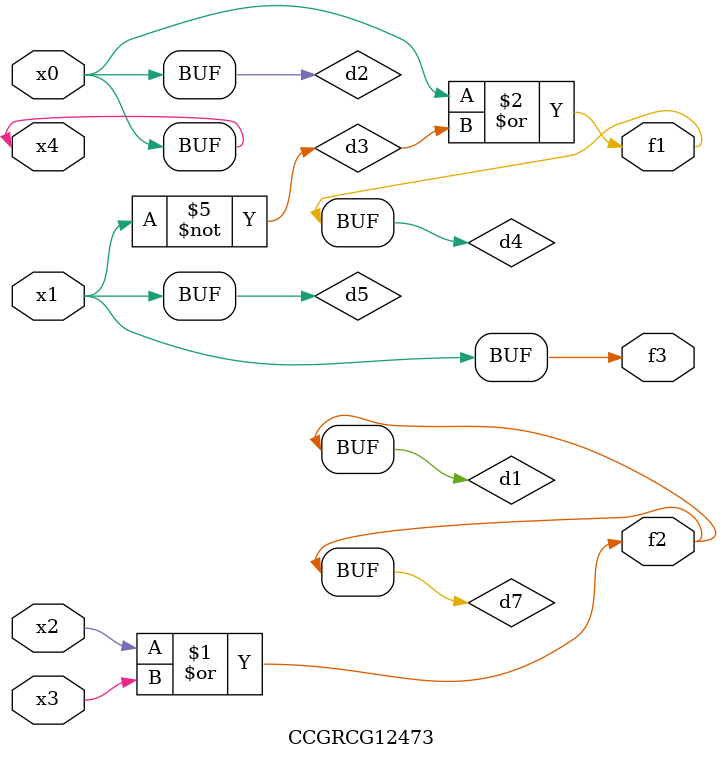
<source format=v>
module CCGRCG12473(
	input x0, x1, x2, x3, x4,
	output f1, f2, f3
);

	wire d1, d2, d3, d4, d5, d6, d7;

	or (d1, x2, x3);
	buf (d2, x0, x4);
	not (d3, x1);
	or (d4, d2, d3);
	not (d5, d3);
	nand (d6, d1, d3);
	or (d7, d1);
	assign f1 = d4;
	assign f2 = d7;
	assign f3 = d5;
endmodule

</source>
